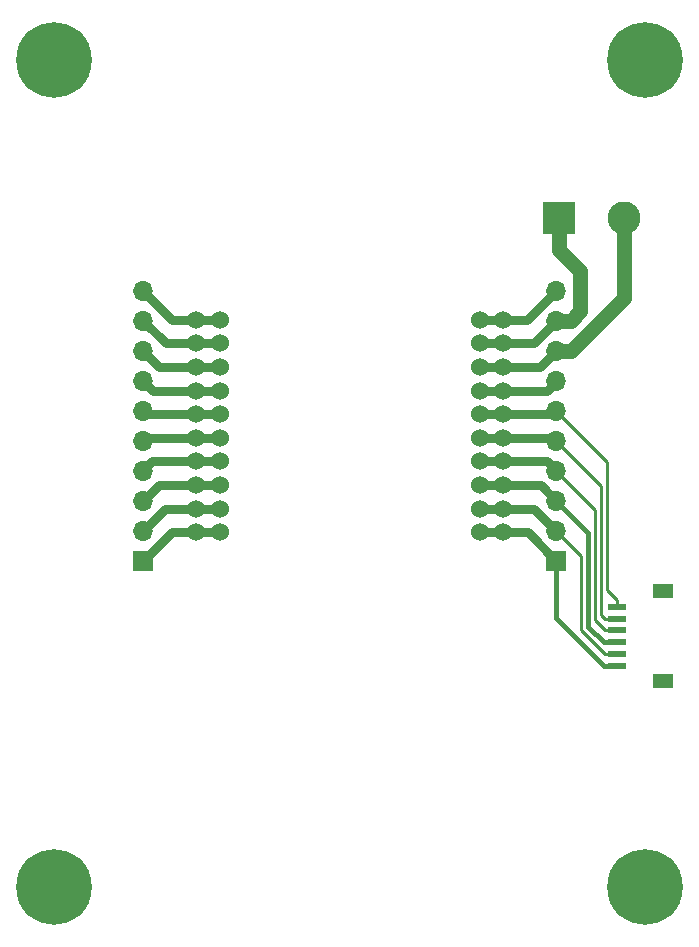
<source format=gbr>
G04 #@! TF.FileFunction,Copper,L1,Top,Signal*
%FSLAX46Y46*%
G04 Gerber Fmt 4.6, Leading zero omitted, Abs format (unit mm)*
G04 Created by KiCad (PCBNEW 4.0.7) date 09/25/17 13:32:06*
%MOMM*%
%LPD*%
G01*
G04 APERTURE LIST*
%ADD10C,0.100000*%
%ADD11C,6.400000*%
%ADD12C,1.524000*%
%ADD13R,1.700000X1.700000*%
%ADD14O,1.700000X1.700000*%
%ADD15R,2.800000X2.800000*%
%ADD16C,2.800000*%
%ADD17R,1.550000X0.600000*%
%ADD18R,1.800000X1.200000*%
%ADD19C,0.762000*%
%ADD20C,0.254000*%
%ADD21C,0.381000*%
%ADD22C,0.508000*%
%ADD23C,1.270000*%
G04 APERTURE END LIST*
D10*
D11*
X115000000Y-115000000D03*
X165000000Y-115000000D03*
X165000000Y-45000000D03*
D12*
X129000000Y-67000000D03*
X129000000Y-69000000D03*
X129000000Y-71000000D03*
X129000000Y-73000000D03*
X129000000Y-75000000D03*
X129000000Y-77000000D03*
X129000000Y-79000000D03*
X129000000Y-81000000D03*
X129000000Y-83000000D03*
X129000000Y-85000000D03*
X127000000Y-73000000D03*
X127000000Y-75000000D03*
X127000000Y-69000000D03*
X127000000Y-71000000D03*
X127000000Y-67000000D03*
X127000000Y-83000000D03*
X127000000Y-77000000D03*
X127000000Y-79000000D03*
X127000000Y-81000000D03*
X127000000Y-85000000D03*
X151000000Y-85000000D03*
X151000000Y-83000000D03*
X151000000Y-81000000D03*
X151000000Y-79000000D03*
X151000000Y-77000000D03*
X151000000Y-75000000D03*
X151000000Y-73000000D03*
X151000000Y-71000000D03*
X151000000Y-69000000D03*
X151000000Y-67000000D03*
X153000000Y-79000000D03*
X153000000Y-77000000D03*
X153000000Y-83000000D03*
X153000000Y-81000000D03*
X153000000Y-85000000D03*
X153000000Y-69000000D03*
X153000000Y-75000000D03*
X153000000Y-73000000D03*
X153000000Y-71000000D03*
X153000000Y-67000000D03*
D13*
X157500000Y-87410000D03*
D14*
X157500000Y-84870000D03*
X157500000Y-82330000D03*
X157500000Y-79790000D03*
X157500000Y-77250000D03*
X157500000Y-74710000D03*
X157500000Y-72170000D03*
X157500000Y-69630000D03*
X157500000Y-67090000D03*
X157500000Y-64550000D03*
D13*
X122500000Y-87410000D03*
D14*
X122500000Y-84870000D03*
X122500000Y-82330000D03*
X122500000Y-79790000D03*
X122500000Y-77250000D03*
X122500000Y-74710000D03*
X122500000Y-72170000D03*
X122500000Y-69630000D03*
X122500000Y-67090000D03*
X122500000Y-64550000D03*
D15*
X157700000Y-58400000D03*
D16*
X163200000Y-58400000D03*
D11*
X115000000Y-45000000D03*
D17*
X162662500Y-96300000D03*
X162662500Y-95300000D03*
X162662500Y-94300000D03*
X162662500Y-93300000D03*
X162662500Y-92300000D03*
X162662500Y-91300000D03*
D18*
X166537500Y-97600000D03*
X166537500Y-90000000D03*
D19*
X129000000Y-77000000D02*
X127000000Y-77000000D01*
X127000000Y-77000000D02*
X122750000Y-77000000D01*
X122750000Y-77000000D02*
X122500000Y-77250000D01*
D20*
X161300000Y-91966500D02*
X161300000Y-81050000D01*
X161300000Y-81050000D02*
X157500000Y-77250000D01*
X162662500Y-92300000D02*
X161633500Y-92300000D01*
X161633500Y-92300000D02*
X161300000Y-91966500D01*
D19*
X153000000Y-77000000D02*
X157250000Y-77000000D01*
X157250000Y-77000000D02*
X157500000Y-77250000D01*
X151000000Y-77000000D02*
X153000000Y-77000000D01*
D20*
X160800000Y-92466500D02*
X160800000Y-83090000D01*
X160800000Y-83090000D02*
X157500000Y-79790000D01*
X162662500Y-93300000D02*
X161633500Y-93300000D01*
X161633500Y-93300000D02*
X160800000Y-92466500D01*
D19*
X153000000Y-79000000D02*
X156710000Y-79000000D01*
X156710000Y-79000000D02*
X157500000Y-79790000D01*
X151000000Y-79000000D02*
X153000000Y-79000000D01*
D20*
X159600000Y-93266500D02*
X159600000Y-86970000D01*
X159600000Y-86970000D02*
X157500000Y-84870000D01*
X162662500Y-95300000D02*
X161633500Y-95300000D01*
X161633500Y-95300000D02*
X159600000Y-93266500D01*
D19*
X153000000Y-83000000D02*
X155630000Y-83000000D01*
X155630000Y-83000000D02*
X157500000Y-84870000D01*
X151000000Y-83000000D02*
X153000000Y-83000000D01*
D20*
X161800000Y-89883500D02*
X161800000Y-79010000D01*
X161800000Y-79010000D02*
X157500000Y-74710000D01*
X162662500Y-91300000D02*
X162662500Y-90746000D01*
X162662500Y-90746000D02*
X161800000Y-89883500D01*
D19*
X153000000Y-75000000D02*
X157210000Y-75000000D01*
X157210000Y-75000000D02*
X157500000Y-74710000D01*
X151000000Y-75000000D02*
X153000000Y-75000000D01*
X129000000Y-73000000D02*
X127000000Y-73000000D01*
X127000000Y-73000000D02*
X123330000Y-73000000D01*
X123330000Y-73000000D02*
X122500000Y-72170000D01*
X129000000Y-79000000D02*
X127000000Y-79000000D01*
X127000000Y-79000000D02*
X123290000Y-79000000D01*
X123290000Y-79000000D02*
X122500000Y-79790000D01*
X129000000Y-81000000D02*
X127000000Y-81000000D01*
X127000000Y-81000000D02*
X123830000Y-81000000D01*
X123830000Y-81000000D02*
X122500000Y-82330000D01*
X129000000Y-83000000D02*
X127000000Y-83000000D01*
X127000000Y-83000000D02*
X124370000Y-83000000D01*
X124370000Y-83000000D02*
X122500000Y-84870000D01*
X129000000Y-85000000D02*
X127000000Y-85000000D01*
X127000000Y-85000000D02*
X124910000Y-85000000D01*
X124910000Y-85000000D02*
X122500000Y-87410000D01*
X129000000Y-69000000D02*
X127000000Y-69000000D01*
X127000000Y-69000000D02*
X124410000Y-69000000D01*
X124410000Y-69000000D02*
X122500000Y-67090000D01*
X129000000Y-71000000D02*
X127000000Y-71000000D01*
X127000000Y-71000000D02*
X123870000Y-71000000D01*
X123870000Y-71000000D02*
X122500000Y-69630000D01*
X153000000Y-67000000D02*
X155050000Y-67000000D01*
X155050000Y-67000000D02*
X157500000Y-64550000D01*
X151000000Y-67000000D02*
X153000000Y-67000000D01*
X129000000Y-67000000D02*
X127000000Y-67000000D01*
X127000000Y-67000000D02*
X124950000Y-67000000D01*
X124950000Y-67000000D02*
X122500000Y-64550000D01*
X129000000Y-75000000D02*
X127000000Y-75000000D01*
X127000000Y-75000000D02*
X122790000Y-75000000D01*
X122790000Y-75000000D02*
X122500000Y-74710000D01*
D21*
X162662500Y-96300000D02*
X161506500Y-96300000D01*
X161506500Y-96300000D02*
X157500000Y-92293500D01*
X157500000Y-92293500D02*
X157500000Y-88641000D01*
X157500000Y-88641000D02*
X157500000Y-87410000D01*
D19*
X153000000Y-85000000D02*
X155090000Y-85000000D01*
X155090000Y-85000000D02*
X157500000Y-87410000D01*
X151000000Y-85000000D02*
X153000000Y-85000000D01*
D21*
X160200000Y-92993500D02*
X160200000Y-85030000D01*
X160200000Y-85030000D02*
X157500000Y-82330000D01*
X162662500Y-94300000D02*
X161506500Y-94300000D01*
X161506500Y-94300000D02*
X160200000Y-92993500D01*
D22*
X157570000Y-82400000D02*
X157500000Y-82330000D01*
D19*
X153000000Y-81000000D02*
X156170000Y-81000000D01*
X156170000Y-81000000D02*
X157500000Y-82330000D01*
X151000000Y-81000000D02*
X153000000Y-81000000D01*
X153000000Y-73000000D02*
X156670000Y-73000000D01*
X156670000Y-73000000D02*
X157500000Y-72170000D01*
X151000000Y-73000000D02*
X153000000Y-73000000D01*
D23*
X157500000Y-69630000D02*
X158702081Y-69630000D01*
X163200000Y-60379898D02*
X163200000Y-58400000D01*
X158702081Y-69630000D02*
X163200000Y-65132081D01*
X163200000Y-65132081D02*
X163200000Y-60379898D01*
D19*
X153000000Y-71000000D02*
X156130000Y-71000000D01*
X156130000Y-71000000D02*
X157500000Y-69630000D01*
X151000000Y-71000000D02*
X153000000Y-71000000D01*
D23*
X157500000Y-67090000D02*
X158702081Y-67090000D01*
X158702081Y-67090000D02*
X159500000Y-66292081D01*
X159500000Y-66292081D02*
X159500000Y-62870000D01*
X159500000Y-62870000D02*
X157700000Y-61070000D01*
X157700000Y-61070000D02*
X157700000Y-58400000D01*
D19*
X153000000Y-69000000D02*
X155590000Y-69000000D01*
X155590000Y-69000000D02*
X157500000Y-67090000D01*
X151000000Y-69000000D02*
X153000000Y-69000000D01*
M02*

</source>
